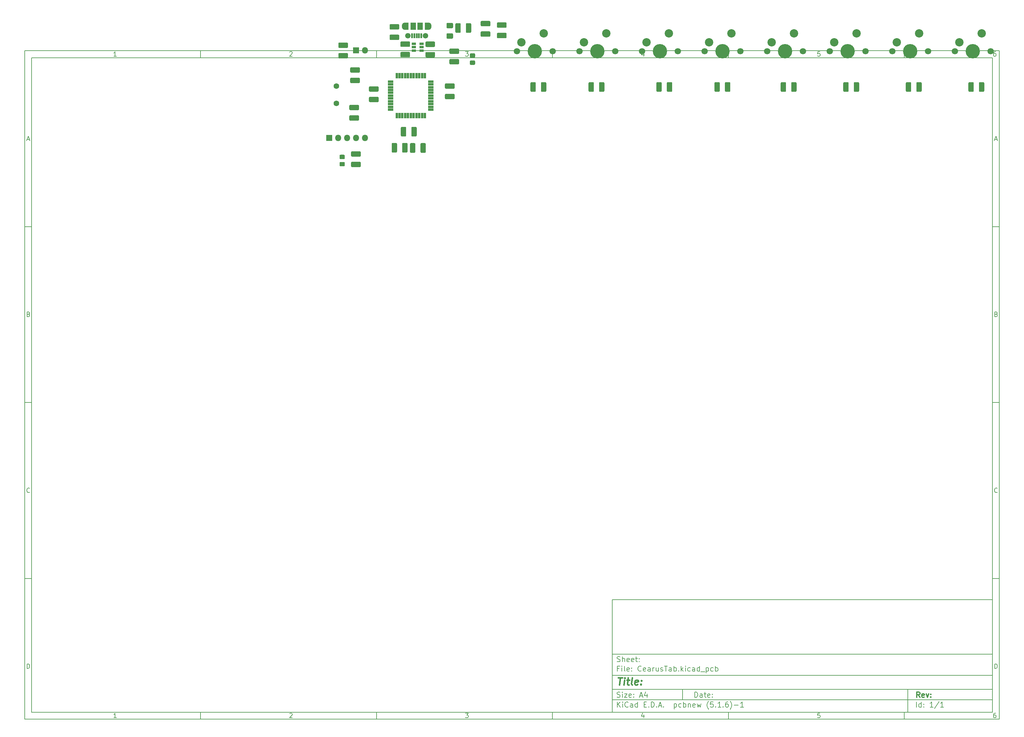
<source format=gbr>
%TF.GenerationSoftware,KiCad,Pcbnew,(5.1.6)-1*%
%TF.CreationDate,2021-02-12T14:30:02+03:00*%
%TF.ProjectId,CearusTab,43656172-7573-4546-9162-2e6b69636164,rev?*%
%TF.SameCoordinates,Original*%
%TF.FileFunction,Soldermask,Top*%
%TF.FilePolarity,Negative*%
%FSLAX46Y46*%
G04 Gerber Fmt 4.6, Leading zero omitted, Abs format (unit mm)*
G04 Created by KiCad (PCBNEW (5.1.6)-1) date 2021-02-12 14:30:02*
%MOMM*%
%LPD*%
G01*
G04 APERTURE LIST*
%ADD10C,0.100000*%
%ADD11C,0.150000*%
%ADD12C,0.300000*%
%ADD13C,0.400000*%
%ADD14C,1.600000*%
%ADD15O,1.800000X1.800000*%
%ADD16R,1.800000X1.800000*%
%ADD17R,1.600000X0.650000*%
%ADD18R,0.650000X1.600000*%
%ADD19R,1.160000X0.750000*%
%ADD20C,2.386000*%
%ADD21C,4.087800*%
%ADD22C,1.801800*%
%ADD23R,1.300000X2.000000*%
%ADD24O,1.300000X2.000000*%
%ADD25R,1.600000X2.000000*%
%ADD26C,1.550000*%
%ADD27R,0.500000X1.450000*%
G04 APERTURE END LIST*
D10*
D11*
X177002200Y-166007200D02*
X177002200Y-198007200D01*
X285002200Y-198007200D01*
X285002200Y-166007200D01*
X177002200Y-166007200D01*
D10*
D11*
X10000000Y-10000000D02*
X10000000Y-200007200D01*
X287002200Y-200007200D01*
X287002200Y-10000000D01*
X10000000Y-10000000D01*
D10*
D11*
X12000000Y-12000000D02*
X12000000Y-198007200D01*
X285002200Y-198007200D01*
X285002200Y-12000000D01*
X12000000Y-12000000D01*
D10*
D11*
X60000000Y-12000000D02*
X60000000Y-10000000D01*
D10*
D11*
X110000000Y-12000000D02*
X110000000Y-10000000D01*
D10*
D11*
X160000000Y-12000000D02*
X160000000Y-10000000D01*
D10*
D11*
X210000000Y-12000000D02*
X210000000Y-10000000D01*
D10*
D11*
X260000000Y-12000000D02*
X260000000Y-10000000D01*
D10*
D11*
X36065476Y-11588095D02*
X35322619Y-11588095D01*
X35694047Y-11588095D02*
X35694047Y-10288095D01*
X35570238Y-10473809D01*
X35446428Y-10597619D01*
X35322619Y-10659523D01*
D10*
D11*
X85322619Y-10411904D02*
X85384523Y-10350000D01*
X85508333Y-10288095D01*
X85817857Y-10288095D01*
X85941666Y-10350000D01*
X86003571Y-10411904D01*
X86065476Y-10535714D01*
X86065476Y-10659523D01*
X86003571Y-10845238D01*
X85260714Y-11588095D01*
X86065476Y-11588095D01*
D10*
D11*
X135260714Y-10288095D02*
X136065476Y-10288095D01*
X135632142Y-10783333D01*
X135817857Y-10783333D01*
X135941666Y-10845238D01*
X136003571Y-10907142D01*
X136065476Y-11030952D01*
X136065476Y-11340476D01*
X136003571Y-11464285D01*
X135941666Y-11526190D01*
X135817857Y-11588095D01*
X135446428Y-11588095D01*
X135322619Y-11526190D01*
X135260714Y-11464285D01*
D10*
D11*
X185941666Y-10721428D02*
X185941666Y-11588095D01*
X185632142Y-10226190D02*
X185322619Y-11154761D01*
X186127380Y-11154761D01*
D10*
D11*
X236003571Y-10288095D02*
X235384523Y-10288095D01*
X235322619Y-10907142D01*
X235384523Y-10845238D01*
X235508333Y-10783333D01*
X235817857Y-10783333D01*
X235941666Y-10845238D01*
X236003571Y-10907142D01*
X236065476Y-11030952D01*
X236065476Y-11340476D01*
X236003571Y-11464285D01*
X235941666Y-11526190D01*
X235817857Y-11588095D01*
X235508333Y-11588095D01*
X235384523Y-11526190D01*
X235322619Y-11464285D01*
D10*
D11*
X285941666Y-10288095D02*
X285694047Y-10288095D01*
X285570238Y-10350000D01*
X285508333Y-10411904D01*
X285384523Y-10597619D01*
X285322619Y-10845238D01*
X285322619Y-11340476D01*
X285384523Y-11464285D01*
X285446428Y-11526190D01*
X285570238Y-11588095D01*
X285817857Y-11588095D01*
X285941666Y-11526190D01*
X286003571Y-11464285D01*
X286065476Y-11340476D01*
X286065476Y-11030952D01*
X286003571Y-10907142D01*
X285941666Y-10845238D01*
X285817857Y-10783333D01*
X285570238Y-10783333D01*
X285446428Y-10845238D01*
X285384523Y-10907142D01*
X285322619Y-11030952D01*
D10*
D11*
X60000000Y-198007200D02*
X60000000Y-200007200D01*
D10*
D11*
X110000000Y-198007200D02*
X110000000Y-200007200D01*
D10*
D11*
X160000000Y-198007200D02*
X160000000Y-200007200D01*
D10*
D11*
X210000000Y-198007200D02*
X210000000Y-200007200D01*
D10*
D11*
X260000000Y-198007200D02*
X260000000Y-200007200D01*
D10*
D11*
X36065476Y-199595295D02*
X35322619Y-199595295D01*
X35694047Y-199595295D02*
X35694047Y-198295295D01*
X35570238Y-198481009D01*
X35446428Y-198604819D01*
X35322619Y-198666723D01*
D10*
D11*
X85322619Y-198419104D02*
X85384523Y-198357200D01*
X85508333Y-198295295D01*
X85817857Y-198295295D01*
X85941666Y-198357200D01*
X86003571Y-198419104D01*
X86065476Y-198542914D01*
X86065476Y-198666723D01*
X86003571Y-198852438D01*
X85260714Y-199595295D01*
X86065476Y-199595295D01*
D10*
D11*
X135260714Y-198295295D02*
X136065476Y-198295295D01*
X135632142Y-198790533D01*
X135817857Y-198790533D01*
X135941666Y-198852438D01*
X136003571Y-198914342D01*
X136065476Y-199038152D01*
X136065476Y-199347676D01*
X136003571Y-199471485D01*
X135941666Y-199533390D01*
X135817857Y-199595295D01*
X135446428Y-199595295D01*
X135322619Y-199533390D01*
X135260714Y-199471485D01*
D10*
D11*
X185941666Y-198728628D02*
X185941666Y-199595295D01*
X185632142Y-198233390D02*
X185322619Y-199161961D01*
X186127380Y-199161961D01*
D10*
D11*
X236003571Y-198295295D02*
X235384523Y-198295295D01*
X235322619Y-198914342D01*
X235384523Y-198852438D01*
X235508333Y-198790533D01*
X235817857Y-198790533D01*
X235941666Y-198852438D01*
X236003571Y-198914342D01*
X236065476Y-199038152D01*
X236065476Y-199347676D01*
X236003571Y-199471485D01*
X235941666Y-199533390D01*
X235817857Y-199595295D01*
X235508333Y-199595295D01*
X235384523Y-199533390D01*
X235322619Y-199471485D01*
D10*
D11*
X285941666Y-198295295D02*
X285694047Y-198295295D01*
X285570238Y-198357200D01*
X285508333Y-198419104D01*
X285384523Y-198604819D01*
X285322619Y-198852438D01*
X285322619Y-199347676D01*
X285384523Y-199471485D01*
X285446428Y-199533390D01*
X285570238Y-199595295D01*
X285817857Y-199595295D01*
X285941666Y-199533390D01*
X286003571Y-199471485D01*
X286065476Y-199347676D01*
X286065476Y-199038152D01*
X286003571Y-198914342D01*
X285941666Y-198852438D01*
X285817857Y-198790533D01*
X285570238Y-198790533D01*
X285446428Y-198852438D01*
X285384523Y-198914342D01*
X285322619Y-199038152D01*
D10*
D11*
X10000000Y-60000000D02*
X12000000Y-60000000D01*
D10*
D11*
X10000000Y-110000000D02*
X12000000Y-110000000D01*
D10*
D11*
X10000000Y-160000000D02*
X12000000Y-160000000D01*
D10*
D11*
X10690476Y-35216666D02*
X11309523Y-35216666D01*
X10566666Y-35588095D02*
X11000000Y-34288095D01*
X11433333Y-35588095D01*
D10*
D11*
X11092857Y-84907142D02*
X11278571Y-84969047D01*
X11340476Y-85030952D01*
X11402380Y-85154761D01*
X11402380Y-85340476D01*
X11340476Y-85464285D01*
X11278571Y-85526190D01*
X11154761Y-85588095D01*
X10659523Y-85588095D01*
X10659523Y-84288095D01*
X11092857Y-84288095D01*
X11216666Y-84350000D01*
X11278571Y-84411904D01*
X11340476Y-84535714D01*
X11340476Y-84659523D01*
X11278571Y-84783333D01*
X11216666Y-84845238D01*
X11092857Y-84907142D01*
X10659523Y-84907142D01*
D10*
D11*
X11402380Y-135464285D02*
X11340476Y-135526190D01*
X11154761Y-135588095D01*
X11030952Y-135588095D01*
X10845238Y-135526190D01*
X10721428Y-135402380D01*
X10659523Y-135278571D01*
X10597619Y-135030952D01*
X10597619Y-134845238D01*
X10659523Y-134597619D01*
X10721428Y-134473809D01*
X10845238Y-134350000D01*
X11030952Y-134288095D01*
X11154761Y-134288095D01*
X11340476Y-134350000D01*
X11402380Y-134411904D01*
D10*
D11*
X10659523Y-185588095D02*
X10659523Y-184288095D01*
X10969047Y-184288095D01*
X11154761Y-184350000D01*
X11278571Y-184473809D01*
X11340476Y-184597619D01*
X11402380Y-184845238D01*
X11402380Y-185030952D01*
X11340476Y-185278571D01*
X11278571Y-185402380D01*
X11154761Y-185526190D01*
X10969047Y-185588095D01*
X10659523Y-185588095D01*
D10*
D11*
X287002200Y-60000000D02*
X285002200Y-60000000D01*
D10*
D11*
X287002200Y-110000000D02*
X285002200Y-110000000D01*
D10*
D11*
X287002200Y-160000000D02*
X285002200Y-160000000D01*
D10*
D11*
X285692676Y-35216666D02*
X286311723Y-35216666D01*
X285568866Y-35588095D02*
X286002200Y-34288095D01*
X286435533Y-35588095D01*
D10*
D11*
X286095057Y-84907142D02*
X286280771Y-84969047D01*
X286342676Y-85030952D01*
X286404580Y-85154761D01*
X286404580Y-85340476D01*
X286342676Y-85464285D01*
X286280771Y-85526190D01*
X286156961Y-85588095D01*
X285661723Y-85588095D01*
X285661723Y-84288095D01*
X286095057Y-84288095D01*
X286218866Y-84350000D01*
X286280771Y-84411904D01*
X286342676Y-84535714D01*
X286342676Y-84659523D01*
X286280771Y-84783333D01*
X286218866Y-84845238D01*
X286095057Y-84907142D01*
X285661723Y-84907142D01*
D10*
D11*
X286404580Y-135464285D02*
X286342676Y-135526190D01*
X286156961Y-135588095D01*
X286033152Y-135588095D01*
X285847438Y-135526190D01*
X285723628Y-135402380D01*
X285661723Y-135278571D01*
X285599819Y-135030952D01*
X285599819Y-134845238D01*
X285661723Y-134597619D01*
X285723628Y-134473809D01*
X285847438Y-134350000D01*
X286033152Y-134288095D01*
X286156961Y-134288095D01*
X286342676Y-134350000D01*
X286404580Y-134411904D01*
D10*
D11*
X285661723Y-185588095D02*
X285661723Y-184288095D01*
X285971247Y-184288095D01*
X286156961Y-184350000D01*
X286280771Y-184473809D01*
X286342676Y-184597619D01*
X286404580Y-184845238D01*
X286404580Y-185030952D01*
X286342676Y-185278571D01*
X286280771Y-185402380D01*
X286156961Y-185526190D01*
X285971247Y-185588095D01*
X285661723Y-185588095D01*
D10*
D11*
X200434342Y-193785771D02*
X200434342Y-192285771D01*
X200791485Y-192285771D01*
X201005771Y-192357200D01*
X201148628Y-192500057D01*
X201220057Y-192642914D01*
X201291485Y-192928628D01*
X201291485Y-193142914D01*
X201220057Y-193428628D01*
X201148628Y-193571485D01*
X201005771Y-193714342D01*
X200791485Y-193785771D01*
X200434342Y-193785771D01*
X202577200Y-193785771D02*
X202577200Y-193000057D01*
X202505771Y-192857200D01*
X202362914Y-192785771D01*
X202077200Y-192785771D01*
X201934342Y-192857200D01*
X202577200Y-193714342D02*
X202434342Y-193785771D01*
X202077200Y-193785771D01*
X201934342Y-193714342D01*
X201862914Y-193571485D01*
X201862914Y-193428628D01*
X201934342Y-193285771D01*
X202077200Y-193214342D01*
X202434342Y-193214342D01*
X202577200Y-193142914D01*
X203077200Y-192785771D02*
X203648628Y-192785771D01*
X203291485Y-192285771D02*
X203291485Y-193571485D01*
X203362914Y-193714342D01*
X203505771Y-193785771D01*
X203648628Y-193785771D01*
X204720057Y-193714342D02*
X204577200Y-193785771D01*
X204291485Y-193785771D01*
X204148628Y-193714342D01*
X204077200Y-193571485D01*
X204077200Y-193000057D01*
X204148628Y-192857200D01*
X204291485Y-192785771D01*
X204577200Y-192785771D01*
X204720057Y-192857200D01*
X204791485Y-193000057D01*
X204791485Y-193142914D01*
X204077200Y-193285771D01*
X205434342Y-193642914D02*
X205505771Y-193714342D01*
X205434342Y-193785771D01*
X205362914Y-193714342D01*
X205434342Y-193642914D01*
X205434342Y-193785771D01*
X205434342Y-192857200D02*
X205505771Y-192928628D01*
X205434342Y-193000057D01*
X205362914Y-192928628D01*
X205434342Y-192857200D01*
X205434342Y-193000057D01*
D10*
D11*
X177002200Y-194507200D02*
X285002200Y-194507200D01*
D10*
D11*
X178434342Y-196585771D02*
X178434342Y-195085771D01*
X179291485Y-196585771D02*
X178648628Y-195728628D01*
X179291485Y-195085771D02*
X178434342Y-195942914D01*
X179934342Y-196585771D02*
X179934342Y-195585771D01*
X179934342Y-195085771D02*
X179862914Y-195157200D01*
X179934342Y-195228628D01*
X180005771Y-195157200D01*
X179934342Y-195085771D01*
X179934342Y-195228628D01*
X181505771Y-196442914D02*
X181434342Y-196514342D01*
X181220057Y-196585771D01*
X181077200Y-196585771D01*
X180862914Y-196514342D01*
X180720057Y-196371485D01*
X180648628Y-196228628D01*
X180577200Y-195942914D01*
X180577200Y-195728628D01*
X180648628Y-195442914D01*
X180720057Y-195300057D01*
X180862914Y-195157200D01*
X181077200Y-195085771D01*
X181220057Y-195085771D01*
X181434342Y-195157200D01*
X181505771Y-195228628D01*
X182791485Y-196585771D02*
X182791485Y-195800057D01*
X182720057Y-195657200D01*
X182577200Y-195585771D01*
X182291485Y-195585771D01*
X182148628Y-195657200D01*
X182791485Y-196514342D02*
X182648628Y-196585771D01*
X182291485Y-196585771D01*
X182148628Y-196514342D01*
X182077200Y-196371485D01*
X182077200Y-196228628D01*
X182148628Y-196085771D01*
X182291485Y-196014342D01*
X182648628Y-196014342D01*
X182791485Y-195942914D01*
X184148628Y-196585771D02*
X184148628Y-195085771D01*
X184148628Y-196514342D02*
X184005771Y-196585771D01*
X183720057Y-196585771D01*
X183577200Y-196514342D01*
X183505771Y-196442914D01*
X183434342Y-196300057D01*
X183434342Y-195871485D01*
X183505771Y-195728628D01*
X183577200Y-195657200D01*
X183720057Y-195585771D01*
X184005771Y-195585771D01*
X184148628Y-195657200D01*
X186005771Y-195800057D02*
X186505771Y-195800057D01*
X186720057Y-196585771D02*
X186005771Y-196585771D01*
X186005771Y-195085771D01*
X186720057Y-195085771D01*
X187362914Y-196442914D02*
X187434342Y-196514342D01*
X187362914Y-196585771D01*
X187291485Y-196514342D01*
X187362914Y-196442914D01*
X187362914Y-196585771D01*
X188077200Y-196585771D02*
X188077200Y-195085771D01*
X188434342Y-195085771D01*
X188648628Y-195157200D01*
X188791485Y-195300057D01*
X188862914Y-195442914D01*
X188934342Y-195728628D01*
X188934342Y-195942914D01*
X188862914Y-196228628D01*
X188791485Y-196371485D01*
X188648628Y-196514342D01*
X188434342Y-196585771D01*
X188077200Y-196585771D01*
X189577200Y-196442914D02*
X189648628Y-196514342D01*
X189577200Y-196585771D01*
X189505771Y-196514342D01*
X189577200Y-196442914D01*
X189577200Y-196585771D01*
X190220057Y-196157200D02*
X190934342Y-196157200D01*
X190077200Y-196585771D02*
X190577200Y-195085771D01*
X191077200Y-196585771D01*
X191577200Y-196442914D02*
X191648628Y-196514342D01*
X191577200Y-196585771D01*
X191505771Y-196514342D01*
X191577200Y-196442914D01*
X191577200Y-196585771D01*
X194577200Y-195585771D02*
X194577200Y-197085771D01*
X194577200Y-195657200D02*
X194720057Y-195585771D01*
X195005771Y-195585771D01*
X195148628Y-195657200D01*
X195220057Y-195728628D01*
X195291485Y-195871485D01*
X195291485Y-196300057D01*
X195220057Y-196442914D01*
X195148628Y-196514342D01*
X195005771Y-196585771D01*
X194720057Y-196585771D01*
X194577200Y-196514342D01*
X196577200Y-196514342D02*
X196434342Y-196585771D01*
X196148628Y-196585771D01*
X196005771Y-196514342D01*
X195934342Y-196442914D01*
X195862914Y-196300057D01*
X195862914Y-195871485D01*
X195934342Y-195728628D01*
X196005771Y-195657200D01*
X196148628Y-195585771D01*
X196434342Y-195585771D01*
X196577200Y-195657200D01*
X197220057Y-196585771D02*
X197220057Y-195085771D01*
X197220057Y-195657200D02*
X197362914Y-195585771D01*
X197648628Y-195585771D01*
X197791485Y-195657200D01*
X197862914Y-195728628D01*
X197934342Y-195871485D01*
X197934342Y-196300057D01*
X197862914Y-196442914D01*
X197791485Y-196514342D01*
X197648628Y-196585771D01*
X197362914Y-196585771D01*
X197220057Y-196514342D01*
X198577200Y-195585771D02*
X198577200Y-196585771D01*
X198577200Y-195728628D02*
X198648628Y-195657200D01*
X198791485Y-195585771D01*
X199005771Y-195585771D01*
X199148628Y-195657200D01*
X199220057Y-195800057D01*
X199220057Y-196585771D01*
X200505771Y-196514342D02*
X200362914Y-196585771D01*
X200077200Y-196585771D01*
X199934342Y-196514342D01*
X199862914Y-196371485D01*
X199862914Y-195800057D01*
X199934342Y-195657200D01*
X200077200Y-195585771D01*
X200362914Y-195585771D01*
X200505771Y-195657200D01*
X200577200Y-195800057D01*
X200577200Y-195942914D01*
X199862914Y-196085771D01*
X201077200Y-195585771D02*
X201362914Y-196585771D01*
X201648628Y-195871485D01*
X201934342Y-196585771D01*
X202220057Y-195585771D01*
X204362914Y-197157200D02*
X204291485Y-197085771D01*
X204148628Y-196871485D01*
X204077200Y-196728628D01*
X204005771Y-196514342D01*
X203934342Y-196157200D01*
X203934342Y-195871485D01*
X204005771Y-195514342D01*
X204077200Y-195300057D01*
X204148628Y-195157200D01*
X204291485Y-194942914D01*
X204362914Y-194871485D01*
X205648628Y-195085771D02*
X204934342Y-195085771D01*
X204862914Y-195800057D01*
X204934342Y-195728628D01*
X205077200Y-195657200D01*
X205434342Y-195657200D01*
X205577200Y-195728628D01*
X205648628Y-195800057D01*
X205720057Y-195942914D01*
X205720057Y-196300057D01*
X205648628Y-196442914D01*
X205577200Y-196514342D01*
X205434342Y-196585771D01*
X205077200Y-196585771D01*
X204934342Y-196514342D01*
X204862914Y-196442914D01*
X206362914Y-196442914D02*
X206434342Y-196514342D01*
X206362914Y-196585771D01*
X206291485Y-196514342D01*
X206362914Y-196442914D01*
X206362914Y-196585771D01*
X207862914Y-196585771D02*
X207005771Y-196585771D01*
X207434342Y-196585771D02*
X207434342Y-195085771D01*
X207291485Y-195300057D01*
X207148628Y-195442914D01*
X207005771Y-195514342D01*
X208505771Y-196442914D02*
X208577200Y-196514342D01*
X208505771Y-196585771D01*
X208434342Y-196514342D01*
X208505771Y-196442914D01*
X208505771Y-196585771D01*
X209862914Y-195085771D02*
X209577200Y-195085771D01*
X209434342Y-195157200D01*
X209362914Y-195228628D01*
X209220057Y-195442914D01*
X209148628Y-195728628D01*
X209148628Y-196300057D01*
X209220057Y-196442914D01*
X209291485Y-196514342D01*
X209434342Y-196585771D01*
X209720057Y-196585771D01*
X209862914Y-196514342D01*
X209934342Y-196442914D01*
X210005771Y-196300057D01*
X210005771Y-195942914D01*
X209934342Y-195800057D01*
X209862914Y-195728628D01*
X209720057Y-195657200D01*
X209434342Y-195657200D01*
X209291485Y-195728628D01*
X209220057Y-195800057D01*
X209148628Y-195942914D01*
X210505771Y-197157200D02*
X210577200Y-197085771D01*
X210720057Y-196871485D01*
X210791485Y-196728628D01*
X210862914Y-196514342D01*
X210934342Y-196157200D01*
X210934342Y-195871485D01*
X210862914Y-195514342D01*
X210791485Y-195300057D01*
X210720057Y-195157200D01*
X210577200Y-194942914D01*
X210505771Y-194871485D01*
X211648628Y-196014342D02*
X212791485Y-196014342D01*
X214291485Y-196585771D02*
X213434342Y-196585771D01*
X213862914Y-196585771D02*
X213862914Y-195085771D01*
X213720057Y-195300057D01*
X213577200Y-195442914D01*
X213434342Y-195514342D01*
D10*
D11*
X177002200Y-191507200D02*
X285002200Y-191507200D01*
D10*
D12*
X264411485Y-193785771D02*
X263911485Y-193071485D01*
X263554342Y-193785771D02*
X263554342Y-192285771D01*
X264125771Y-192285771D01*
X264268628Y-192357200D01*
X264340057Y-192428628D01*
X264411485Y-192571485D01*
X264411485Y-192785771D01*
X264340057Y-192928628D01*
X264268628Y-193000057D01*
X264125771Y-193071485D01*
X263554342Y-193071485D01*
X265625771Y-193714342D02*
X265482914Y-193785771D01*
X265197200Y-193785771D01*
X265054342Y-193714342D01*
X264982914Y-193571485D01*
X264982914Y-193000057D01*
X265054342Y-192857200D01*
X265197200Y-192785771D01*
X265482914Y-192785771D01*
X265625771Y-192857200D01*
X265697200Y-193000057D01*
X265697200Y-193142914D01*
X264982914Y-193285771D01*
X266197200Y-192785771D02*
X266554342Y-193785771D01*
X266911485Y-192785771D01*
X267482914Y-193642914D02*
X267554342Y-193714342D01*
X267482914Y-193785771D01*
X267411485Y-193714342D01*
X267482914Y-193642914D01*
X267482914Y-193785771D01*
X267482914Y-192857200D02*
X267554342Y-192928628D01*
X267482914Y-193000057D01*
X267411485Y-192928628D01*
X267482914Y-192857200D01*
X267482914Y-193000057D01*
D10*
D11*
X178362914Y-193714342D02*
X178577200Y-193785771D01*
X178934342Y-193785771D01*
X179077200Y-193714342D01*
X179148628Y-193642914D01*
X179220057Y-193500057D01*
X179220057Y-193357200D01*
X179148628Y-193214342D01*
X179077200Y-193142914D01*
X178934342Y-193071485D01*
X178648628Y-193000057D01*
X178505771Y-192928628D01*
X178434342Y-192857200D01*
X178362914Y-192714342D01*
X178362914Y-192571485D01*
X178434342Y-192428628D01*
X178505771Y-192357200D01*
X178648628Y-192285771D01*
X179005771Y-192285771D01*
X179220057Y-192357200D01*
X179862914Y-193785771D02*
X179862914Y-192785771D01*
X179862914Y-192285771D02*
X179791485Y-192357200D01*
X179862914Y-192428628D01*
X179934342Y-192357200D01*
X179862914Y-192285771D01*
X179862914Y-192428628D01*
X180434342Y-192785771D02*
X181220057Y-192785771D01*
X180434342Y-193785771D01*
X181220057Y-193785771D01*
X182362914Y-193714342D02*
X182220057Y-193785771D01*
X181934342Y-193785771D01*
X181791485Y-193714342D01*
X181720057Y-193571485D01*
X181720057Y-193000057D01*
X181791485Y-192857200D01*
X181934342Y-192785771D01*
X182220057Y-192785771D01*
X182362914Y-192857200D01*
X182434342Y-193000057D01*
X182434342Y-193142914D01*
X181720057Y-193285771D01*
X183077200Y-193642914D02*
X183148628Y-193714342D01*
X183077200Y-193785771D01*
X183005771Y-193714342D01*
X183077200Y-193642914D01*
X183077200Y-193785771D01*
X183077200Y-192857200D02*
X183148628Y-192928628D01*
X183077200Y-193000057D01*
X183005771Y-192928628D01*
X183077200Y-192857200D01*
X183077200Y-193000057D01*
X184862914Y-193357200D02*
X185577200Y-193357200D01*
X184720057Y-193785771D02*
X185220057Y-192285771D01*
X185720057Y-193785771D01*
X186862914Y-192785771D02*
X186862914Y-193785771D01*
X186505771Y-192214342D02*
X186148628Y-193285771D01*
X187077200Y-193285771D01*
D10*
D11*
X263434342Y-196585771D02*
X263434342Y-195085771D01*
X264791485Y-196585771D02*
X264791485Y-195085771D01*
X264791485Y-196514342D02*
X264648628Y-196585771D01*
X264362914Y-196585771D01*
X264220057Y-196514342D01*
X264148628Y-196442914D01*
X264077200Y-196300057D01*
X264077200Y-195871485D01*
X264148628Y-195728628D01*
X264220057Y-195657200D01*
X264362914Y-195585771D01*
X264648628Y-195585771D01*
X264791485Y-195657200D01*
X265505771Y-196442914D02*
X265577200Y-196514342D01*
X265505771Y-196585771D01*
X265434342Y-196514342D01*
X265505771Y-196442914D01*
X265505771Y-196585771D01*
X265505771Y-195657200D02*
X265577200Y-195728628D01*
X265505771Y-195800057D01*
X265434342Y-195728628D01*
X265505771Y-195657200D01*
X265505771Y-195800057D01*
X268148628Y-196585771D02*
X267291485Y-196585771D01*
X267720057Y-196585771D02*
X267720057Y-195085771D01*
X267577200Y-195300057D01*
X267434342Y-195442914D01*
X267291485Y-195514342D01*
X269862914Y-195014342D02*
X268577200Y-196942914D01*
X271148628Y-196585771D02*
X270291485Y-196585771D01*
X270720057Y-196585771D02*
X270720057Y-195085771D01*
X270577200Y-195300057D01*
X270434342Y-195442914D01*
X270291485Y-195514342D01*
D10*
D11*
X177002200Y-187507200D02*
X285002200Y-187507200D01*
D10*
D13*
X178714580Y-188211961D02*
X179857438Y-188211961D01*
X179036009Y-190211961D02*
X179286009Y-188211961D01*
X180274104Y-190211961D02*
X180440771Y-188878628D01*
X180524104Y-188211961D02*
X180416961Y-188307200D01*
X180500295Y-188402438D01*
X180607438Y-188307200D01*
X180524104Y-188211961D01*
X180500295Y-188402438D01*
X181107438Y-188878628D02*
X181869342Y-188878628D01*
X181476485Y-188211961D02*
X181262200Y-189926247D01*
X181333628Y-190116723D01*
X181512200Y-190211961D01*
X181702676Y-190211961D01*
X182655057Y-190211961D02*
X182476485Y-190116723D01*
X182405057Y-189926247D01*
X182619342Y-188211961D01*
X184190771Y-190116723D02*
X183988390Y-190211961D01*
X183607438Y-190211961D01*
X183428866Y-190116723D01*
X183357438Y-189926247D01*
X183452676Y-189164342D01*
X183571723Y-188973866D01*
X183774104Y-188878628D01*
X184155057Y-188878628D01*
X184333628Y-188973866D01*
X184405057Y-189164342D01*
X184381247Y-189354819D01*
X183405057Y-189545295D01*
X185155057Y-190021485D02*
X185238390Y-190116723D01*
X185131247Y-190211961D01*
X185047914Y-190116723D01*
X185155057Y-190021485D01*
X185131247Y-190211961D01*
X185286009Y-188973866D02*
X185369342Y-189069104D01*
X185262200Y-189164342D01*
X185178866Y-189069104D01*
X185286009Y-188973866D01*
X185262200Y-189164342D01*
D10*
D11*
X178934342Y-185600057D02*
X178434342Y-185600057D01*
X178434342Y-186385771D02*
X178434342Y-184885771D01*
X179148628Y-184885771D01*
X179720057Y-186385771D02*
X179720057Y-185385771D01*
X179720057Y-184885771D02*
X179648628Y-184957200D01*
X179720057Y-185028628D01*
X179791485Y-184957200D01*
X179720057Y-184885771D01*
X179720057Y-185028628D01*
X180648628Y-186385771D02*
X180505771Y-186314342D01*
X180434342Y-186171485D01*
X180434342Y-184885771D01*
X181791485Y-186314342D02*
X181648628Y-186385771D01*
X181362914Y-186385771D01*
X181220057Y-186314342D01*
X181148628Y-186171485D01*
X181148628Y-185600057D01*
X181220057Y-185457200D01*
X181362914Y-185385771D01*
X181648628Y-185385771D01*
X181791485Y-185457200D01*
X181862914Y-185600057D01*
X181862914Y-185742914D01*
X181148628Y-185885771D01*
X182505771Y-186242914D02*
X182577200Y-186314342D01*
X182505771Y-186385771D01*
X182434342Y-186314342D01*
X182505771Y-186242914D01*
X182505771Y-186385771D01*
X182505771Y-185457200D02*
X182577200Y-185528628D01*
X182505771Y-185600057D01*
X182434342Y-185528628D01*
X182505771Y-185457200D01*
X182505771Y-185600057D01*
X185220057Y-186242914D02*
X185148628Y-186314342D01*
X184934342Y-186385771D01*
X184791485Y-186385771D01*
X184577200Y-186314342D01*
X184434342Y-186171485D01*
X184362914Y-186028628D01*
X184291485Y-185742914D01*
X184291485Y-185528628D01*
X184362914Y-185242914D01*
X184434342Y-185100057D01*
X184577200Y-184957200D01*
X184791485Y-184885771D01*
X184934342Y-184885771D01*
X185148628Y-184957200D01*
X185220057Y-185028628D01*
X186434342Y-186314342D02*
X186291485Y-186385771D01*
X186005771Y-186385771D01*
X185862914Y-186314342D01*
X185791485Y-186171485D01*
X185791485Y-185600057D01*
X185862914Y-185457200D01*
X186005771Y-185385771D01*
X186291485Y-185385771D01*
X186434342Y-185457200D01*
X186505771Y-185600057D01*
X186505771Y-185742914D01*
X185791485Y-185885771D01*
X187791485Y-186385771D02*
X187791485Y-185600057D01*
X187720057Y-185457200D01*
X187577200Y-185385771D01*
X187291485Y-185385771D01*
X187148628Y-185457200D01*
X187791485Y-186314342D02*
X187648628Y-186385771D01*
X187291485Y-186385771D01*
X187148628Y-186314342D01*
X187077200Y-186171485D01*
X187077200Y-186028628D01*
X187148628Y-185885771D01*
X187291485Y-185814342D01*
X187648628Y-185814342D01*
X187791485Y-185742914D01*
X188505771Y-186385771D02*
X188505771Y-185385771D01*
X188505771Y-185671485D02*
X188577200Y-185528628D01*
X188648628Y-185457200D01*
X188791485Y-185385771D01*
X188934342Y-185385771D01*
X190077200Y-185385771D02*
X190077200Y-186385771D01*
X189434342Y-185385771D02*
X189434342Y-186171485D01*
X189505771Y-186314342D01*
X189648628Y-186385771D01*
X189862914Y-186385771D01*
X190005771Y-186314342D01*
X190077200Y-186242914D01*
X190720057Y-186314342D02*
X190862914Y-186385771D01*
X191148628Y-186385771D01*
X191291485Y-186314342D01*
X191362914Y-186171485D01*
X191362914Y-186100057D01*
X191291485Y-185957200D01*
X191148628Y-185885771D01*
X190934342Y-185885771D01*
X190791485Y-185814342D01*
X190720057Y-185671485D01*
X190720057Y-185600057D01*
X190791485Y-185457200D01*
X190934342Y-185385771D01*
X191148628Y-185385771D01*
X191291485Y-185457200D01*
X191791485Y-184885771D02*
X192648628Y-184885771D01*
X192220057Y-186385771D02*
X192220057Y-184885771D01*
X193791485Y-186385771D02*
X193791485Y-185600057D01*
X193720057Y-185457200D01*
X193577200Y-185385771D01*
X193291485Y-185385771D01*
X193148628Y-185457200D01*
X193791485Y-186314342D02*
X193648628Y-186385771D01*
X193291485Y-186385771D01*
X193148628Y-186314342D01*
X193077200Y-186171485D01*
X193077200Y-186028628D01*
X193148628Y-185885771D01*
X193291485Y-185814342D01*
X193648628Y-185814342D01*
X193791485Y-185742914D01*
X194505771Y-186385771D02*
X194505771Y-184885771D01*
X194505771Y-185457200D02*
X194648628Y-185385771D01*
X194934342Y-185385771D01*
X195077200Y-185457200D01*
X195148628Y-185528628D01*
X195220057Y-185671485D01*
X195220057Y-186100057D01*
X195148628Y-186242914D01*
X195077200Y-186314342D01*
X194934342Y-186385771D01*
X194648628Y-186385771D01*
X194505771Y-186314342D01*
X195862914Y-186242914D02*
X195934342Y-186314342D01*
X195862914Y-186385771D01*
X195791485Y-186314342D01*
X195862914Y-186242914D01*
X195862914Y-186385771D01*
X196577200Y-186385771D02*
X196577200Y-184885771D01*
X196720057Y-185814342D02*
X197148628Y-186385771D01*
X197148628Y-185385771D02*
X196577200Y-185957200D01*
X197791485Y-186385771D02*
X197791485Y-185385771D01*
X197791485Y-184885771D02*
X197720057Y-184957200D01*
X197791485Y-185028628D01*
X197862914Y-184957200D01*
X197791485Y-184885771D01*
X197791485Y-185028628D01*
X199148628Y-186314342D02*
X199005771Y-186385771D01*
X198720057Y-186385771D01*
X198577200Y-186314342D01*
X198505771Y-186242914D01*
X198434342Y-186100057D01*
X198434342Y-185671485D01*
X198505771Y-185528628D01*
X198577200Y-185457200D01*
X198720057Y-185385771D01*
X199005771Y-185385771D01*
X199148628Y-185457200D01*
X200434342Y-186385771D02*
X200434342Y-185600057D01*
X200362914Y-185457200D01*
X200220057Y-185385771D01*
X199934342Y-185385771D01*
X199791485Y-185457200D01*
X200434342Y-186314342D02*
X200291485Y-186385771D01*
X199934342Y-186385771D01*
X199791485Y-186314342D01*
X199720057Y-186171485D01*
X199720057Y-186028628D01*
X199791485Y-185885771D01*
X199934342Y-185814342D01*
X200291485Y-185814342D01*
X200434342Y-185742914D01*
X201791485Y-186385771D02*
X201791485Y-184885771D01*
X201791485Y-186314342D02*
X201648628Y-186385771D01*
X201362914Y-186385771D01*
X201220057Y-186314342D01*
X201148628Y-186242914D01*
X201077200Y-186100057D01*
X201077200Y-185671485D01*
X201148628Y-185528628D01*
X201220057Y-185457200D01*
X201362914Y-185385771D01*
X201648628Y-185385771D01*
X201791485Y-185457200D01*
X202148628Y-186528628D02*
X203291485Y-186528628D01*
X203648628Y-185385771D02*
X203648628Y-186885771D01*
X203648628Y-185457200D02*
X203791485Y-185385771D01*
X204077200Y-185385771D01*
X204220057Y-185457200D01*
X204291485Y-185528628D01*
X204362914Y-185671485D01*
X204362914Y-186100057D01*
X204291485Y-186242914D01*
X204220057Y-186314342D01*
X204077200Y-186385771D01*
X203791485Y-186385771D01*
X203648628Y-186314342D01*
X205648628Y-186314342D02*
X205505771Y-186385771D01*
X205220057Y-186385771D01*
X205077200Y-186314342D01*
X205005771Y-186242914D01*
X204934342Y-186100057D01*
X204934342Y-185671485D01*
X205005771Y-185528628D01*
X205077200Y-185457200D01*
X205220057Y-185385771D01*
X205505771Y-185385771D01*
X205648628Y-185457200D01*
X206291485Y-186385771D02*
X206291485Y-184885771D01*
X206291485Y-185457200D02*
X206434342Y-185385771D01*
X206720057Y-185385771D01*
X206862914Y-185457200D01*
X206934342Y-185528628D01*
X207005771Y-185671485D01*
X207005771Y-186100057D01*
X206934342Y-186242914D01*
X206862914Y-186314342D01*
X206720057Y-186385771D01*
X206434342Y-186385771D01*
X206291485Y-186314342D01*
D10*
D11*
X177002200Y-181507200D02*
X285002200Y-181507200D01*
D10*
D11*
X178362914Y-183614342D02*
X178577200Y-183685771D01*
X178934342Y-183685771D01*
X179077200Y-183614342D01*
X179148628Y-183542914D01*
X179220057Y-183400057D01*
X179220057Y-183257200D01*
X179148628Y-183114342D01*
X179077200Y-183042914D01*
X178934342Y-182971485D01*
X178648628Y-182900057D01*
X178505771Y-182828628D01*
X178434342Y-182757200D01*
X178362914Y-182614342D01*
X178362914Y-182471485D01*
X178434342Y-182328628D01*
X178505771Y-182257200D01*
X178648628Y-182185771D01*
X179005771Y-182185771D01*
X179220057Y-182257200D01*
X179862914Y-183685771D02*
X179862914Y-182185771D01*
X180505771Y-183685771D02*
X180505771Y-182900057D01*
X180434342Y-182757200D01*
X180291485Y-182685771D01*
X180077200Y-182685771D01*
X179934342Y-182757200D01*
X179862914Y-182828628D01*
X181791485Y-183614342D02*
X181648628Y-183685771D01*
X181362914Y-183685771D01*
X181220057Y-183614342D01*
X181148628Y-183471485D01*
X181148628Y-182900057D01*
X181220057Y-182757200D01*
X181362914Y-182685771D01*
X181648628Y-182685771D01*
X181791485Y-182757200D01*
X181862914Y-182900057D01*
X181862914Y-183042914D01*
X181148628Y-183185771D01*
X183077200Y-183614342D02*
X182934342Y-183685771D01*
X182648628Y-183685771D01*
X182505771Y-183614342D01*
X182434342Y-183471485D01*
X182434342Y-182900057D01*
X182505771Y-182757200D01*
X182648628Y-182685771D01*
X182934342Y-182685771D01*
X183077200Y-182757200D01*
X183148628Y-182900057D01*
X183148628Y-183042914D01*
X182434342Y-183185771D01*
X183577200Y-182685771D02*
X184148628Y-182685771D01*
X183791485Y-182185771D02*
X183791485Y-183471485D01*
X183862914Y-183614342D01*
X184005771Y-183685771D01*
X184148628Y-183685771D01*
X184648628Y-183542914D02*
X184720057Y-183614342D01*
X184648628Y-183685771D01*
X184577200Y-183614342D01*
X184648628Y-183542914D01*
X184648628Y-183685771D01*
X184648628Y-182757200D02*
X184720057Y-182828628D01*
X184648628Y-182900057D01*
X184577200Y-182828628D01*
X184648628Y-182757200D01*
X184648628Y-182900057D01*
D10*
D11*
X197002200Y-191507200D02*
X197002200Y-194507200D01*
D10*
D11*
X261002200Y-191507200D02*
X261002200Y-198007200D01*
%TO.C,Yellow1*%
G36*
G01*
X100703262Y-40835000D02*
X99746738Y-40835000D01*
G75*
G02*
X99475000Y-40563262I0J271738D01*
G01*
X99475000Y-39856738D01*
G75*
G02*
X99746738Y-39585000I271738J0D01*
G01*
X100703262Y-39585000D01*
G75*
G02*
X100975000Y-39856738I0J-271738D01*
G01*
X100975000Y-40563262D01*
G75*
G02*
X100703262Y-40835000I-271738J0D01*
G01*
G37*
G36*
G01*
X100703262Y-42885000D02*
X99746738Y-42885000D01*
G75*
G02*
X99475000Y-42613262I0J271738D01*
G01*
X99475000Y-41906738D01*
G75*
G02*
X99746738Y-41635000I271738J0D01*
G01*
X100703262Y-41635000D01*
G75*
G02*
X100975000Y-41906738I0J-271738D01*
G01*
X100975000Y-42613262D01*
G75*
G02*
X100703262Y-42885000I-271738J0D01*
G01*
G37*
%TD*%
D14*
%TO.C,Y1*%
X98552000Y-24946000D03*
X98552000Y-20066000D03*
%TD*%
D15*
%TO.C,usb_boot1*%
X106680000Y-9906000D03*
D16*
X104140000Y-9906000D03*
%TD*%
D17*
%TO.C,U2*%
X125432000Y-18778000D03*
X125432000Y-19578000D03*
X125432000Y-20378000D03*
X125432000Y-21178000D03*
X125432000Y-21978000D03*
X125432000Y-22778000D03*
X125432000Y-23578000D03*
X125432000Y-24378000D03*
X125432000Y-25178000D03*
X125432000Y-25978000D03*
X125432000Y-26778000D03*
D18*
X123732000Y-28478000D03*
X122932000Y-28478000D03*
X122132000Y-28478000D03*
X121332000Y-28478000D03*
X120532000Y-28478000D03*
X119732000Y-28478000D03*
X118932000Y-28478000D03*
X118132000Y-28478000D03*
X117332000Y-28478000D03*
X116532000Y-28478000D03*
X115732000Y-28478000D03*
D17*
X114032000Y-26778000D03*
X114032000Y-25978000D03*
X114032000Y-25178000D03*
X114032000Y-24378000D03*
X114032000Y-23578000D03*
X114032000Y-22778000D03*
X114032000Y-21978000D03*
X114032000Y-21178000D03*
X114032000Y-20378000D03*
X114032000Y-19578000D03*
X114032000Y-18778000D03*
D18*
X115732000Y-17078000D03*
X116532000Y-17078000D03*
X117332000Y-17078000D03*
X118132000Y-17078000D03*
X118932000Y-17078000D03*
X119732000Y-17078000D03*
X120532000Y-17078000D03*
X121332000Y-17078000D03*
X122132000Y-17078000D03*
X122932000Y-17078000D03*
X123732000Y-17078000D03*
%TD*%
D19*
%TO.C,U1*%
X122799200Y-9014500D03*
X122799200Y-8064500D03*
X122799200Y-9964500D03*
X120599200Y-9964500D03*
X120599200Y-9014500D03*
X120599200Y-8064500D03*
%TD*%
D20*
%TO.C,SW8*%
X281940000Y-5080000D03*
D21*
X279400000Y-10160000D03*
D20*
X275590000Y-7620000D03*
D22*
X284480000Y-10160000D03*
X274320000Y-10160000D03*
%TD*%
D20*
%TO.C,SW7*%
X264160000Y-5080000D03*
D21*
X261620000Y-10160000D03*
D20*
X257810000Y-7620000D03*
D22*
X266700000Y-10160000D03*
X256540000Y-10160000D03*
%TD*%
D20*
%TO.C,SW6*%
X246380000Y-5080000D03*
D21*
X243840000Y-10160000D03*
D20*
X240030000Y-7620000D03*
D22*
X248920000Y-10160000D03*
X238760000Y-10160000D03*
%TD*%
D20*
%TO.C,SW5*%
X228600000Y-5080000D03*
D21*
X226060000Y-10160000D03*
D20*
X222250000Y-7620000D03*
D22*
X231140000Y-10160000D03*
X220980000Y-10160000D03*
%TD*%
D20*
%TO.C,SW4*%
X210820000Y-5080000D03*
D21*
X208280000Y-10160000D03*
D20*
X204470000Y-7620000D03*
D22*
X213360000Y-10160000D03*
X203200000Y-10160000D03*
%TD*%
D20*
%TO.C,SW3*%
X193040000Y-5080000D03*
D21*
X190500000Y-10160000D03*
D20*
X186690000Y-7620000D03*
D22*
X195580000Y-10160000D03*
X185420000Y-10160000D03*
%TD*%
D20*
%TO.C,SW2*%
X175260000Y-5080000D03*
D21*
X172720000Y-10160000D03*
D20*
X168910000Y-7620000D03*
D22*
X177800000Y-10160000D03*
X167640000Y-10160000D03*
%TD*%
D20*
%TO.C,SW1*%
X157480000Y-5080000D03*
D21*
X154940000Y-10160000D03*
D20*
X151130000Y-7620000D03*
D22*
X160020000Y-10160000D03*
X149860000Y-10160000D03*
%TD*%
%TO.C,reset1*%
G36*
G01*
X121029000Y-36550544D02*
X121029000Y-38765456D01*
G75*
G02*
X120761456Y-39033000I-267544J0D01*
G01*
X119771544Y-39033000D01*
G75*
G02*
X119504000Y-38765456I0J267544D01*
G01*
X119504000Y-36550544D01*
G75*
G02*
X119771544Y-36283000I267544J0D01*
G01*
X120761456Y-36283000D01*
G75*
G02*
X121029000Y-36550544I0J-267544D01*
G01*
G37*
G36*
G01*
X124004000Y-36550544D02*
X124004000Y-38765456D01*
G75*
G02*
X123736456Y-39033000I-267544J0D01*
G01*
X122746544Y-39033000D01*
G75*
G02*
X122479000Y-38765456I0J267544D01*
G01*
X122479000Y-36550544D01*
G75*
G02*
X122746544Y-36283000I267544J0D01*
G01*
X123736456Y-36283000D01*
G75*
G02*
X124004000Y-36550544I0J-267544D01*
G01*
G37*
%TD*%
%TO.C,R16*%
G36*
G01*
X281177500Y-21427456D02*
X281177500Y-19212544D01*
G75*
G02*
X281445044Y-18945000I267544J0D01*
G01*
X282434956Y-18945000D01*
G75*
G02*
X282702500Y-19212544I0J-267544D01*
G01*
X282702500Y-21427456D01*
G75*
G02*
X282434956Y-21695000I-267544J0D01*
G01*
X281445044Y-21695000D01*
G75*
G02*
X281177500Y-21427456I0J267544D01*
G01*
G37*
G36*
G01*
X278202500Y-21427456D02*
X278202500Y-19212544D01*
G75*
G02*
X278470044Y-18945000I267544J0D01*
G01*
X279459956Y-18945000D01*
G75*
G02*
X279727500Y-19212544I0J-267544D01*
G01*
X279727500Y-21427456D01*
G75*
G02*
X279459956Y-21695000I-267544J0D01*
G01*
X278470044Y-21695000D01*
G75*
G02*
X278202500Y-21427456I0J267544D01*
G01*
G37*
%TD*%
%TO.C,R15*%
G36*
G01*
X263397500Y-21427456D02*
X263397500Y-19212544D01*
G75*
G02*
X263665044Y-18945000I267544J0D01*
G01*
X264654956Y-18945000D01*
G75*
G02*
X264922500Y-19212544I0J-267544D01*
G01*
X264922500Y-21427456D01*
G75*
G02*
X264654956Y-21695000I-267544J0D01*
G01*
X263665044Y-21695000D01*
G75*
G02*
X263397500Y-21427456I0J267544D01*
G01*
G37*
G36*
G01*
X260422500Y-21427456D02*
X260422500Y-19212544D01*
G75*
G02*
X260690044Y-18945000I267544J0D01*
G01*
X261679956Y-18945000D01*
G75*
G02*
X261947500Y-19212544I0J-267544D01*
G01*
X261947500Y-21427456D01*
G75*
G02*
X261679956Y-21695000I-267544J0D01*
G01*
X260690044Y-21695000D01*
G75*
G02*
X260422500Y-21427456I0J267544D01*
G01*
G37*
%TD*%
%TO.C,R14*%
G36*
G01*
X245617500Y-21427456D02*
X245617500Y-19212544D01*
G75*
G02*
X245885044Y-18945000I267544J0D01*
G01*
X246874956Y-18945000D01*
G75*
G02*
X247142500Y-19212544I0J-267544D01*
G01*
X247142500Y-21427456D01*
G75*
G02*
X246874956Y-21695000I-267544J0D01*
G01*
X245885044Y-21695000D01*
G75*
G02*
X245617500Y-21427456I0J267544D01*
G01*
G37*
G36*
G01*
X242642500Y-21427456D02*
X242642500Y-19212544D01*
G75*
G02*
X242910044Y-18945000I267544J0D01*
G01*
X243899956Y-18945000D01*
G75*
G02*
X244167500Y-19212544I0J-267544D01*
G01*
X244167500Y-21427456D01*
G75*
G02*
X243899956Y-21695000I-267544J0D01*
G01*
X242910044Y-21695000D01*
G75*
G02*
X242642500Y-21427456I0J267544D01*
G01*
G37*
%TD*%
%TO.C,R13*%
G36*
G01*
X227837500Y-21427456D02*
X227837500Y-19212544D01*
G75*
G02*
X228105044Y-18945000I267544J0D01*
G01*
X229094956Y-18945000D01*
G75*
G02*
X229362500Y-19212544I0J-267544D01*
G01*
X229362500Y-21427456D01*
G75*
G02*
X229094956Y-21695000I-267544J0D01*
G01*
X228105044Y-21695000D01*
G75*
G02*
X227837500Y-21427456I0J267544D01*
G01*
G37*
G36*
G01*
X224862500Y-21427456D02*
X224862500Y-19212544D01*
G75*
G02*
X225130044Y-18945000I267544J0D01*
G01*
X226119956Y-18945000D01*
G75*
G02*
X226387500Y-19212544I0J-267544D01*
G01*
X226387500Y-21427456D01*
G75*
G02*
X226119956Y-21695000I-267544J0D01*
G01*
X225130044Y-21695000D01*
G75*
G02*
X224862500Y-21427456I0J267544D01*
G01*
G37*
%TD*%
%TO.C,R12*%
G36*
G01*
X209005000Y-21427456D02*
X209005000Y-19212544D01*
G75*
G02*
X209272544Y-18945000I267544J0D01*
G01*
X210262456Y-18945000D01*
G75*
G02*
X210530000Y-19212544I0J-267544D01*
G01*
X210530000Y-21427456D01*
G75*
G02*
X210262456Y-21695000I-267544J0D01*
G01*
X209272544Y-21695000D01*
G75*
G02*
X209005000Y-21427456I0J267544D01*
G01*
G37*
G36*
G01*
X206030000Y-21427456D02*
X206030000Y-19212544D01*
G75*
G02*
X206297544Y-18945000I267544J0D01*
G01*
X207287456Y-18945000D01*
G75*
G02*
X207555000Y-19212544I0J-267544D01*
G01*
X207555000Y-21427456D01*
G75*
G02*
X207287456Y-21695000I-267544J0D01*
G01*
X206297544Y-21695000D01*
G75*
G02*
X206030000Y-21427456I0J267544D01*
G01*
G37*
%TD*%
%TO.C,R11*%
G36*
G01*
X192495000Y-21427456D02*
X192495000Y-19212544D01*
G75*
G02*
X192762544Y-18945000I267544J0D01*
G01*
X193752456Y-18945000D01*
G75*
G02*
X194020000Y-19212544I0J-267544D01*
G01*
X194020000Y-21427456D01*
G75*
G02*
X193752456Y-21695000I-267544J0D01*
G01*
X192762544Y-21695000D01*
G75*
G02*
X192495000Y-21427456I0J267544D01*
G01*
G37*
G36*
G01*
X189520000Y-21427456D02*
X189520000Y-19212544D01*
G75*
G02*
X189787544Y-18945000I267544J0D01*
G01*
X190777456Y-18945000D01*
G75*
G02*
X191045000Y-19212544I0J-267544D01*
G01*
X191045000Y-21427456D01*
G75*
G02*
X190777456Y-21695000I-267544J0D01*
G01*
X189787544Y-21695000D01*
G75*
G02*
X189520000Y-21427456I0J267544D01*
G01*
G37*
%TD*%
%TO.C,R10*%
G36*
G01*
X173227500Y-21427456D02*
X173227500Y-19212544D01*
G75*
G02*
X173495044Y-18945000I267544J0D01*
G01*
X174484956Y-18945000D01*
G75*
G02*
X174752500Y-19212544I0J-267544D01*
G01*
X174752500Y-21427456D01*
G75*
G02*
X174484956Y-21695000I-267544J0D01*
G01*
X173495044Y-21695000D01*
G75*
G02*
X173227500Y-21427456I0J267544D01*
G01*
G37*
G36*
G01*
X170252500Y-21427456D02*
X170252500Y-19212544D01*
G75*
G02*
X170520044Y-18945000I267544J0D01*
G01*
X171509956Y-18945000D01*
G75*
G02*
X171777500Y-19212544I0J-267544D01*
G01*
X171777500Y-21427456D01*
G75*
G02*
X171509956Y-21695000I-267544J0D01*
G01*
X170520044Y-21695000D01*
G75*
G02*
X170252500Y-21427456I0J267544D01*
G01*
G37*
%TD*%
%TO.C,R9*%
G36*
G01*
X156717500Y-21427456D02*
X156717500Y-19212544D01*
G75*
G02*
X156985044Y-18945000I267544J0D01*
G01*
X157974956Y-18945000D01*
G75*
G02*
X158242500Y-19212544I0J-267544D01*
G01*
X158242500Y-21427456D01*
G75*
G02*
X157974956Y-21695000I-267544J0D01*
G01*
X156985044Y-21695000D01*
G75*
G02*
X156717500Y-21427456I0J267544D01*
G01*
G37*
G36*
G01*
X153742500Y-21427456D02*
X153742500Y-19212544D01*
G75*
G02*
X154010044Y-18945000I267544J0D01*
G01*
X154999956Y-18945000D01*
G75*
G02*
X155267500Y-19212544I0J-267544D01*
G01*
X155267500Y-21427456D01*
G75*
G02*
X154999956Y-21695000I-267544J0D01*
G01*
X154010044Y-21695000D01*
G75*
G02*
X153742500Y-21427456I0J267544D01*
G01*
G37*
%TD*%
%TO.C,R8*%
G36*
G01*
X115824500Y-36484544D02*
X115824500Y-38699456D01*
G75*
G02*
X115556956Y-38967000I-267544J0D01*
G01*
X114567044Y-38967000D01*
G75*
G02*
X114299500Y-38699456I0J267544D01*
G01*
X114299500Y-36484544D01*
G75*
G02*
X114567044Y-36217000I267544J0D01*
G01*
X115556956Y-36217000D01*
G75*
G02*
X115824500Y-36484544I0J-267544D01*
G01*
G37*
G36*
G01*
X118799500Y-36484544D02*
X118799500Y-38699456D01*
G75*
G02*
X118531956Y-38967000I-267544J0D01*
G01*
X117542044Y-38967000D01*
G75*
G02*
X117274500Y-38699456I0J267544D01*
G01*
X117274500Y-36484544D01*
G75*
G02*
X117542044Y-36217000I267544J0D01*
G01*
X118531956Y-36217000D01*
G75*
G02*
X118799500Y-36484544I0J-267544D01*
G01*
G37*
%TD*%
%TO.C,R7*%
G36*
G01*
X101625456Y-9231000D02*
X99410544Y-9231000D01*
G75*
G02*
X99143000Y-8963456I0J267544D01*
G01*
X99143000Y-7973544D01*
G75*
G02*
X99410544Y-7706000I267544J0D01*
G01*
X101625456Y-7706000D01*
G75*
G02*
X101893000Y-7973544I0J-267544D01*
G01*
X101893000Y-8963456D01*
G75*
G02*
X101625456Y-9231000I-267544J0D01*
G01*
G37*
G36*
G01*
X101625456Y-12206000D02*
X99410544Y-12206000D01*
G75*
G02*
X99143000Y-11938456I0J267544D01*
G01*
X99143000Y-10948544D01*
G75*
G02*
X99410544Y-10681000I267544J0D01*
G01*
X101625456Y-10681000D01*
G75*
G02*
X101893000Y-10948544I0J-267544D01*
G01*
X101893000Y-11938456D01*
G75*
G02*
X101625456Y-12206000I-267544J0D01*
G01*
G37*
%TD*%
%TO.C,R6*%
G36*
G01*
X108112544Y-23113500D02*
X110327456Y-23113500D01*
G75*
G02*
X110595000Y-23381044I0J-267544D01*
G01*
X110595000Y-24370956D01*
G75*
G02*
X110327456Y-24638500I-267544J0D01*
G01*
X108112544Y-24638500D01*
G75*
G02*
X107845000Y-24370956I0J267544D01*
G01*
X107845000Y-23381044D01*
G75*
G02*
X108112544Y-23113500I267544J0D01*
G01*
G37*
G36*
G01*
X108112544Y-20138500D02*
X110327456Y-20138500D01*
G75*
G02*
X110595000Y-20406044I0J-267544D01*
G01*
X110595000Y-21395956D01*
G75*
G02*
X110327456Y-21663500I-267544J0D01*
G01*
X108112544Y-21663500D01*
G75*
G02*
X107845000Y-21395956I0J267544D01*
G01*
X107845000Y-20406044D01*
G75*
G02*
X108112544Y-20138500I267544J0D01*
G01*
G37*
%TD*%
%TO.C,R5*%
G36*
G01*
X105247456Y-40132500D02*
X103032544Y-40132500D01*
G75*
G02*
X102765000Y-39864956I0J267544D01*
G01*
X102765000Y-38875044D01*
G75*
G02*
X103032544Y-38607500I267544J0D01*
G01*
X105247456Y-38607500D01*
G75*
G02*
X105515000Y-38875044I0J-267544D01*
G01*
X105515000Y-39864956D01*
G75*
G02*
X105247456Y-40132500I-267544J0D01*
G01*
G37*
G36*
G01*
X105247456Y-43107500D02*
X103032544Y-43107500D01*
G75*
G02*
X102765000Y-42839956I0J267544D01*
G01*
X102765000Y-41850044D01*
G75*
G02*
X103032544Y-41582500I267544J0D01*
G01*
X105247456Y-41582500D01*
G75*
G02*
X105515000Y-41850044I0J-267544D01*
G01*
X105515000Y-42839956D01*
G75*
G02*
X105247456Y-43107500I-267544J0D01*
G01*
G37*
%TD*%
%TO.C,R4*%
G36*
G01*
X119887500Y-34127456D02*
X119887500Y-31912544D01*
G75*
G02*
X120155044Y-31645000I267544J0D01*
G01*
X121144956Y-31645000D01*
G75*
G02*
X121412500Y-31912544I0J-267544D01*
G01*
X121412500Y-34127456D01*
G75*
G02*
X121144956Y-34395000I-267544J0D01*
G01*
X120155044Y-34395000D01*
G75*
G02*
X119887500Y-34127456I0J267544D01*
G01*
G37*
G36*
G01*
X116912500Y-34127456D02*
X116912500Y-31912544D01*
G75*
G02*
X117180044Y-31645000I267544J0D01*
G01*
X118169956Y-31645000D01*
G75*
G02*
X118437500Y-31912544I0J-267544D01*
G01*
X118437500Y-34127456D01*
G75*
G02*
X118169956Y-34395000I-267544J0D01*
G01*
X117180044Y-34395000D01*
G75*
G02*
X116912500Y-34127456I0J267544D01*
G01*
G37*
%TD*%
%TO.C,R3*%
G36*
G01*
X126367556Y-8941300D02*
X124152644Y-8941300D01*
G75*
G02*
X123885100Y-8673756I0J267544D01*
G01*
X123885100Y-7683844D01*
G75*
G02*
X124152644Y-7416300I267544J0D01*
G01*
X126367556Y-7416300D01*
G75*
G02*
X126635100Y-7683844I0J-267544D01*
G01*
X126635100Y-8673756D01*
G75*
G02*
X126367556Y-8941300I-267544J0D01*
G01*
G37*
G36*
G01*
X126367556Y-11916300D02*
X124152644Y-11916300D01*
G75*
G02*
X123885100Y-11648756I0J267544D01*
G01*
X123885100Y-10658844D01*
G75*
G02*
X124152644Y-10391300I267544J0D01*
G01*
X126367556Y-10391300D01*
G75*
G02*
X126635100Y-10658844I0J-267544D01*
G01*
X126635100Y-11648756D01*
G75*
G02*
X126367556Y-11916300I-267544J0D01*
G01*
G37*
%TD*%
%TO.C,R2*%
G36*
G01*
X119255556Y-8915900D02*
X117040644Y-8915900D01*
G75*
G02*
X116773100Y-8648356I0J267544D01*
G01*
X116773100Y-7658444D01*
G75*
G02*
X117040644Y-7390900I267544J0D01*
G01*
X119255556Y-7390900D01*
G75*
G02*
X119523100Y-7658444I0J-267544D01*
G01*
X119523100Y-8648356D01*
G75*
G02*
X119255556Y-8915900I-267544J0D01*
G01*
G37*
G36*
G01*
X119255556Y-11890900D02*
X117040644Y-11890900D01*
G75*
G02*
X116773100Y-11623356I0J267544D01*
G01*
X116773100Y-10633444D01*
G75*
G02*
X117040644Y-10365900I267544J0D01*
G01*
X119255556Y-10365900D01*
G75*
G02*
X119523100Y-10633444I0J-267544D01*
G01*
X119523100Y-11623356D01*
G75*
G02*
X119255556Y-11890900I-267544J0D01*
G01*
G37*
%TD*%
%TO.C,R1*%
G36*
G01*
X133187456Y-10922500D02*
X130972544Y-10922500D01*
G75*
G02*
X130705000Y-10654956I0J267544D01*
G01*
X130705000Y-9665044D01*
G75*
G02*
X130972544Y-9397500I267544J0D01*
G01*
X133187456Y-9397500D01*
G75*
G02*
X133455000Y-9665044I0J-267544D01*
G01*
X133455000Y-10654956D01*
G75*
G02*
X133187456Y-10922500I-267544J0D01*
G01*
G37*
G36*
G01*
X133187456Y-13897500D02*
X130972544Y-13897500D01*
G75*
G02*
X130705000Y-13629956I0J267544D01*
G01*
X130705000Y-12640044D01*
G75*
G02*
X130972544Y-12372500I267544J0D01*
G01*
X133187456Y-12372500D01*
G75*
G02*
X133455000Y-12640044I0J-267544D01*
G01*
X133455000Y-13629956D01*
G75*
G02*
X133187456Y-13897500I-267544J0D01*
G01*
G37*
%TD*%
%TO.C,Power_red1*%
G36*
G01*
X136786738Y-12795000D02*
X137743262Y-12795000D01*
G75*
G02*
X138015000Y-13066738I0J-271738D01*
G01*
X138015000Y-13773262D01*
G75*
G02*
X137743262Y-14045000I-271738J0D01*
G01*
X136786738Y-14045000D01*
G75*
G02*
X136515000Y-13773262I0J271738D01*
G01*
X136515000Y-13066738D01*
G75*
G02*
X136786738Y-12795000I271738J0D01*
G01*
G37*
G36*
G01*
X136786738Y-10745000D02*
X137743262Y-10745000D01*
G75*
G02*
X138015000Y-11016738I0J-271738D01*
G01*
X138015000Y-11723262D01*
G75*
G02*
X137743262Y-11995000I-271738J0D01*
G01*
X136786738Y-11995000D01*
G75*
G02*
X136515000Y-11723262I0J271738D01*
G01*
X136515000Y-11016738D01*
G75*
G02*
X136786738Y-10745000I271738J0D01*
G01*
G37*
%TD*%
D15*
%TO.C,J2*%
X106680000Y-34798000D03*
X104140000Y-34798000D03*
X101600000Y-34798000D03*
X99060000Y-34798000D03*
D16*
X96520000Y-34798000D03*
%TD*%
D23*
%TO.C,J1*%
X124312000Y-3080500D03*
X118512000Y-3080500D03*
D24*
X117912000Y-3080500D03*
X124912000Y-3080500D03*
D25*
X122412000Y-3080500D03*
D26*
X118912000Y-5780500D03*
D27*
X121412000Y-5780500D03*
X120762000Y-5780500D03*
X120112000Y-5780500D03*
X122712000Y-5780500D03*
X122062000Y-5780500D03*
D26*
X123912000Y-5780500D03*
D25*
X120412000Y-3080500D03*
%TD*%
%TO.C,F1*%
G36*
G01*
X131467456Y-3629500D02*
X130152544Y-3629500D01*
G75*
G02*
X129885000Y-3361956I0J267544D01*
G01*
X129885000Y-2372044D01*
G75*
G02*
X130152544Y-2104500I267544J0D01*
G01*
X131467456Y-2104500D01*
G75*
G02*
X131735000Y-2372044I0J-267544D01*
G01*
X131735000Y-3361956D01*
G75*
G02*
X131467456Y-3629500I-267544J0D01*
G01*
G37*
G36*
G01*
X131467456Y-6604500D02*
X130152544Y-6604500D01*
G75*
G02*
X129885000Y-6336956I0J267544D01*
G01*
X129885000Y-5347044D01*
G75*
G02*
X130152544Y-5079500I267544J0D01*
G01*
X131467456Y-5079500D01*
G75*
G02*
X131735000Y-5347044I0J-267544D01*
G01*
X131735000Y-6336956D01*
G75*
G02*
X131467456Y-6604500I-267544J0D01*
G01*
G37*
%TD*%
%TO.C,C8*%
G36*
G01*
X139862544Y-4535000D02*
X142077456Y-4535000D01*
G75*
G02*
X142345000Y-4802544I0J-267544D01*
G01*
X142345000Y-5792456D01*
G75*
G02*
X142077456Y-6060000I-267544J0D01*
G01*
X139862544Y-6060000D01*
G75*
G02*
X139595000Y-5792456I0J267544D01*
G01*
X139595000Y-4802544D01*
G75*
G02*
X139862544Y-4535000I267544J0D01*
G01*
G37*
G36*
G01*
X139862544Y-1560000D02*
X142077456Y-1560000D01*
G75*
G02*
X142345000Y-1827544I0J-267544D01*
G01*
X142345000Y-2817456D01*
G75*
G02*
X142077456Y-3085000I-267544J0D01*
G01*
X139862544Y-3085000D01*
G75*
G02*
X139595000Y-2817456I0J267544D01*
G01*
X139595000Y-1827544D01*
G75*
G02*
X139862544Y-1560000I267544J0D01*
G01*
G37*
%TD*%
%TO.C,C7*%
G36*
G01*
X116182156Y-3997800D02*
X113967244Y-3997800D01*
G75*
G02*
X113699700Y-3730256I0J267544D01*
G01*
X113699700Y-2740344D01*
G75*
G02*
X113967244Y-2472800I267544J0D01*
G01*
X116182156Y-2472800D01*
G75*
G02*
X116449700Y-2740344I0J-267544D01*
G01*
X116449700Y-3730256D01*
G75*
G02*
X116182156Y-3997800I-267544J0D01*
G01*
G37*
G36*
G01*
X116182156Y-6972800D02*
X113967244Y-6972800D01*
G75*
G02*
X113699700Y-6705256I0J267544D01*
G01*
X113699700Y-5715344D01*
G75*
G02*
X113967244Y-5447800I267544J0D01*
G01*
X116182156Y-5447800D01*
G75*
G02*
X116449700Y-5715344I0J-267544D01*
G01*
X116449700Y-6705256D01*
G75*
G02*
X116182156Y-6972800I-267544J0D01*
G01*
G37*
%TD*%
%TO.C,C6*%
G36*
G01*
X104739456Y-26924500D02*
X102524544Y-26924500D01*
G75*
G02*
X102257000Y-26656956I0J267544D01*
G01*
X102257000Y-25667044D01*
G75*
G02*
X102524544Y-25399500I267544J0D01*
G01*
X104739456Y-25399500D01*
G75*
G02*
X105007000Y-25667044I0J-267544D01*
G01*
X105007000Y-26656956D01*
G75*
G02*
X104739456Y-26924500I-267544J0D01*
G01*
G37*
G36*
G01*
X104739456Y-29899500D02*
X102524544Y-29899500D01*
G75*
G02*
X102257000Y-29631956I0J267544D01*
G01*
X102257000Y-28642044D01*
G75*
G02*
X102524544Y-28374500I267544J0D01*
G01*
X104739456Y-28374500D01*
G75*
G02*
X105007000Y-28642044I0J-267544D01*
G01*
X105007000Y-29631956D01*
G75*
G02*
X104739456Y-29899500I-267544J0D01*
G01*
G37*
%TD*%
%TO.C,C5*%
G36*
G01*
X104993456Y-16256500D02*
X102778544Y-16256500D01*
G75*
G02*
X102511000Y-15988956I0J267544D01*
G01*
X102511000Y-14999044D01*
G75*
G02*
X102778544Y-14731500I267544J0D01*
G01*
X104993456Y-14731500D01*
G75*
G02*
X105261000Y-14999044I0J-267544D01*
G01*
X105261000Y-15988956D01*
G75*
G02*
X104993456Y-16256500I-267544J0D01*
G01*
G37*
G36*
G01*
X104993456Y-19231500D02*
X102778544Y-19231500D01*
G75*
G02*
X102511000Y-18963956I0J267544D01*
G01*
X102511000Y-17974044D01*
G75*
G02*
X102778544Y-17706500I267544J0D01*
G01*
X104993456Y-17706500D01*
G75*
G02*
X105261000Y-17974044I0J-267544D01*
G01*
X105261000Y-18963956D01*
G75*
G02*
X104993456Y-19231500I-267544J0D01*
G01*
G37*
%TD*%
%TO.C,C3*%
G36*
G01*
X129702544Y-22278500D02*
X131917456Y-22278500D01*
G75*
G02*
X132185000Y-22546044I0J-267544D01*
G01*
X132185000Y-23535956D01*
G75*
G02*
X131917456Y-23803500I-267544J0D01*
G01*
X129702544Y-23803500D01*
G75*
G02*
X129435000Y-23535956I0J267544D01*
G01*
X129435000Y-22546044D01*
G75*
G02*
X129702544Y-22278500I267544J0D01*
G01*
G37*
G36*
G01*
X129702544Y-19303500D02*
X131917456Y-19303500D01*
G75*
G02*
X132185000Y-19571044I0J-267544D01*
G01*
X132185000Y-20560956D01*
G75*
G02*
X131917456Y-20828500I-267544J0D01*
G01*
X129702544Y-20828500D01*
G75*
G02*
X129435000Y-20560956I0J267544D01*
G01*
X129435000Y-19571044D01*
G75*
G02*
X129702544Y-19303500I267544J0D01*
G01*
G37*
%TD*%
%TO.C,C2*%
G36*
G01*
X146687456Y-3485000D02*
X144472544Y-3485000D01*
G75*
G02*
X144205000Y-3217456I0J267544D01*
G01*
X144205000Y-2227544D01*
G75*
G02*
X144472544Y-1960000I267544J0D01*
G01*
X146687456Y-1960000D01*
G75*
G02*
X146955000Y-2227544I0J-267544D01*
G01*
X146955000Y-3217456D01*
G75*
G02*
X146687456Y-3485000I-267544J0D01*
G01*
G37*
G36*
G01*
X146687456Y-6460000D02*
X144472544Y-6460000D01*
G75*
G02*
X144205000Y-6192456I0J267544D01*
G01*
X144205000Y-5202544D01*
G75*
G02*
X144472544Y-4935000I267544J0D01*
G01*
X146687456Y-4935000D01*
G75*
G02*
X146955000Y-5202544I0J-267544D01*
G01*
X146955000Y-6192456D01*
G75*
G02*
X146687456Y-6460000I-267544J0D01*
G01*
G37*
%TD*%
%TO.C,C1*%
G36*
G01*
X135381500Y-4663456D02*
X135381500Y-2448544D01*
G75*
G02*
X135649044Y-2181000I267544J0D01*
G01*
X136638956Y-2181000D01*
G75*
G02*
X136906500Y-2448544I0J-267544D01*
G01*
X136906500Y-4663456D01*
G75*
G02*
X136638956Y-4931000I-267544J0D01*
G01*
X135649044Y-4931000D01*
G75*
G02*
X135381500Y-4663456I0J267544D01*
G01*
G37*
G36*
G01*
X132406500Y-4663456D02*
X132406500Y-2448544D01*
G75*
G02*
X132674044Y-2181000I267544J0D01*
G01*
X133663956Y-2181000D01*
G75*
G02*
X133931500Y-2448544I0J-267544D01*
G01*
X133931500Y-4663456D01*
G75*
G02*
X133663956Y-4931000I-267544J0D01*
G01*
X132674044Y-4931000D01*
G75*
G02*
X132406500Y-4663456I0J267544D01*
G01*
G37*
%TD*%
M02*

</source>
